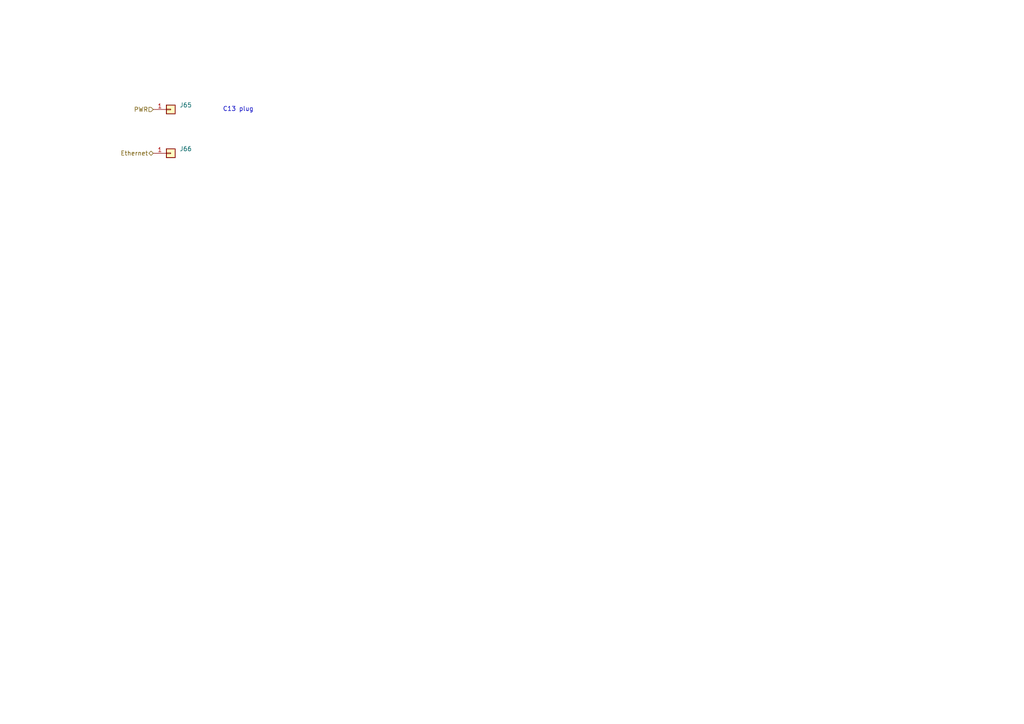
<source format=kicad_sch>
(kicad_sch
	(version 20231120)
	(generator "eeschema")
	(generator_version "8.0")
	(uuid "0c17e2af-aa99-4533-a386-d9509491c997")
	(paper "A4")
	(title_block
		(title "Instrumentation wiring drawing")
		(date "2024-06-21")
		(company "SBC")
		(comment 1 "Zhiheng Sheng")
	)
	(lib_symbols
		(symbol "Connector_Generic:Conn_01x01"
			(pin_names
				(offset 1.016) hide)
			(exclude_from_sim no)
			(in_bom yes)
			(on_board yes)
			(property "Reference" "J"
				(at 0 2.54 0)
				(effects
					(font
						(size 1.27 1.27)
					)
				)
			)
			(property "Value" "Conn_01x01"
				(at 0 -2.54 0)
				(effects
					(font
						(size 1.27 1.27)
					)
				)
			)
			(property "Footprint" ""
				(at 0 0 0)
				(effects
					(font
						(size 1.27 1.27)
					)
					(hide yes)
				)
			)
			(property "Datasheet" "~"
				(at 0 0 0)
				(effects
					(font
						(size 1.27 1.27)
					)
					(hide yes)
				)
			)
			(property "Description" "Generic connector, single row, 01x01, script generated (kicad-library-utils/schlib/autogen/connector/)"
				(at 0 0 0)
				(effects
					(font
						(size 1.27 1.27)
					)
					(hide yes)
				)
			)
			(property "ki_keywords" "connector"
				(at 0 0 0)
				(effects
					(font
						(size 1.27 1.27)
					)
					(hide yes)
				)
			)
			(property "ki_fp_filters" "Connector*:*_1x??_*"
				(at 0 0 0)
				(effects
					(font
						(size 1.27 1.27)
					)
					(hide yes)
				)
			)
			(symbol "Conn_01x01_1_1"
				(rectangle
					(start -1.27 0.127)
					(end 0 -0.127)
					(stroke
						(width 0.1524)
						(type default)
					)
					(fill
						(type none)
					)
				)
				(rectangle
					(start -1.27 1.27)
					(end 1.27 -1.27)
					(stroke
						(width 0.254)
						(type default)
					)
					(fill
						(type background)
					)
				)
				(pin passive line
					(at -5.08 0 0)
					(length 3.81)
					(name "Pin_1"
						(effects
							(font
								(size 1.27 1.27)
							)
						)
					)
					(number "1"
						(effects
							(font
								(size 1.27 1.27)
							)
						)
					)
				)
			)
		)
	)
	(text "C13 plug"
		(exclude_from_sim no)
		(at 69.088 31.75 0)
		(effects
			(font
				(size 1.27 1.27)
			)
		)
		(uuid "f3bca782-c3f6-42a6-9e79-2a1b8a2b02cf")
	)
	(hierarchical_label "PWR"
		(shape input)
		(at 44.45 31.75 180)
		(fields_autoplaced yes)
		(effects
			(font
				(size 1.27 1.27)
			)
			(justify right)
		)
		(uuid "9adee4a9-ac5c-40ec-872f-7939e7afd34d")
	)
	(hierarchical_label "Ethernet"
		(shape bidirectional)
		(at 44.45 44.45 180)
		(fields_autoplaced yes)
		(effects
			(font
				(size 1.27 1.27)
			)
			(justify right)
		)
		(uuid "bb7f5619-daa6-40c4-8c1f-4bc616be433a")
	)
	(symbol
		(lib_id "Connector_Generic:Conn_01x01")
		(at 49.53 31.75 0)
		(unit 1)
		(exclude_from_sim no)
		(in_bom yes)
		(on_board yes)
		(dnp no)
		(fields_autoplaced yes)
		(uuid "66a3e8f6-018f-4de4-8c6a-1b50022ab45b")
		(property "Reference" "J65"
			(at 52.07 30.4799 0)
			(effects
				(font
					(size 1.27 1.27)
				)
				(justify left)
			)
		)
		(property "Value" "Conn_01x01"
			(at 52.07 33.0199 0)
			(effects
				(font
					(size 1.27 1.27)
				)
				(justify left)
				(hide yes)
			)
		)
		(property "Footprint" ""
			(at 49.53 31.75 0)
			(effects
				(font
					(size 1.27 1.27)
				)
				(hide yes)
			)
		)
		(property "Datasheet" "~"
			(at 49.53 31.75 0)
			(effects
				(font
					(size 1.27 1.27)
				)
				(hide yes)
			)
		)
		(property "Description" "Generic connector, single row, 01x01, script generated (kicad-library-utils/schlib/autogen/connector/)"
			(at 49.53 31.75 0)
			(effects
				(font
					(size 1.27 1.27)
				)
				(hide yes)
			)
		)
		(pin "1"
			(uuid "23efd6ff-f9a7-4f44-b778-326f5ff54a09")
		)
		(instances
			(project "instrumentation_wiring"
				(path "/33b0be37-4aa5-415a-8914-5441d29c7862/1e667f04-a909-4ae6-8622-8912619cbc74/e51b3a63-de3e-4651-8d93-676e1854efde"
					(reference "J65")
					(unit 1)
				)
			)
		)
	)
	(symbol
		(lib_id "Connector_Generic:Conn_01x01")
		(at 49.53 44.45 0)
		(unit 1)
		(exclude_from_sim no)
		(in_bom yes)
		(on_board yes)
		(dnp no)
		(fields_autoplaced yes)
		(uuid "83902d76-317e-41f5-8ab0-44aabf5fe1fd")
		(property "Reference" "J66"
			(at 52.07 43.1799 0)
			(effects
				(font
					(size 1.27 1.27)
				)
				(justify left)
			)
		)
		(property "Value" "Conn_01x01"
			(at 52.07 45.7199 0)
			(effects
				(font
					(size 1.27 1.27)
				)
				(justify left)
				(hide yes)
			)
		)
		(property "Footprint" ""
			(at 49.53 44.45 0)
			(effects
				(font
					(size 1.27 1.27)
				)
				(hide yes)
			)
		)
		(property "Datasheet" "~"
			(at 49.53 44.45 0)
			(effects
				(font
					(size 1.27 1.27)
				)
				(hide yes)
			)
		)
		(property "Description" "Generic connector, single row, 01x01, script generated (kicad-library-utils/schlib/autogen/connector/)"
			(at 49.53 44.45 0)
			(effects
				(font
					(size 1.27 1.27)
				)
				(hide yes)
			)
		)
		(pin "1"
			(uuid "3c3884a3-bbcf-4999-b548-6b42db9d5a61")
		)
		(instances
			(project "instrumentation_wiring"
				(path "/33b0be37-4aa5-415a-8914-5441d29c7862/1e667f04-a909-4ae6-8622-8912619cbc74/e51b3a63-de3e-4651-8d93-676e1854efde"
					(reference "J66")
					(unit 1)
				)
			)
		)
	)
)

</source>
